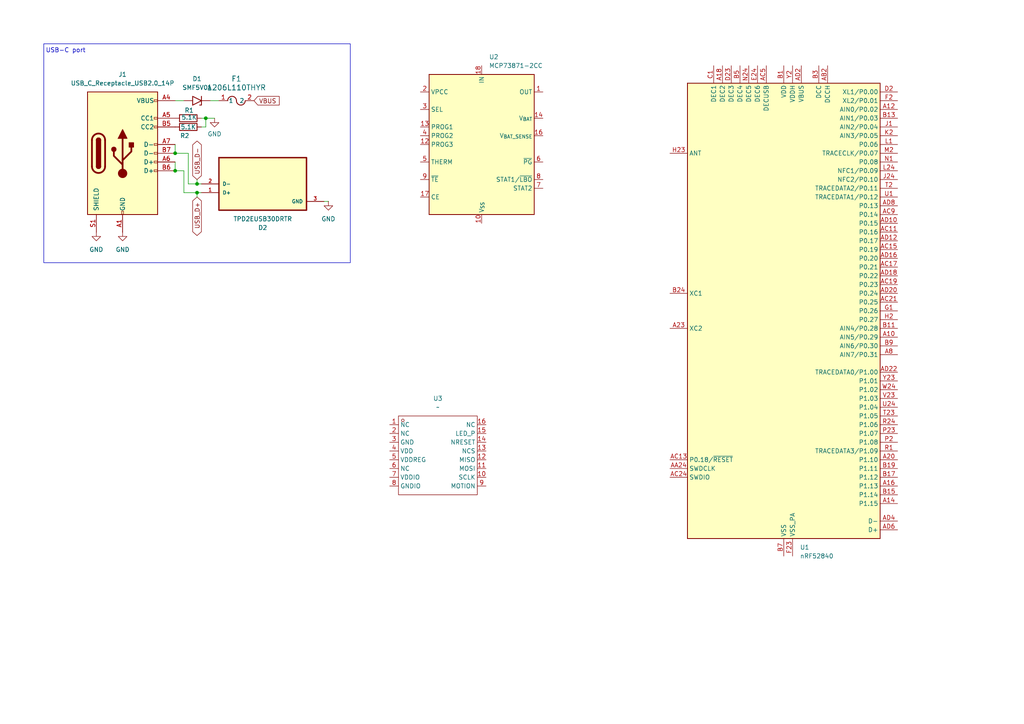
<source format=kicad_sch>
(kicad_sch (version 20250114) (generator "eeschema") (generator_version "9.0")
  (paper "A4")
  (title_block (title "WEM (Wireless Extensible Mouse)") (date "2026-01-18"))
  (lib_symbols
    (symbol "2026-01-18_16-05-31:1206L110THYR" (pin_names (offset 0.254))
      (property "Reference" "F" (at 5.08 3.175 0))
      (property "Value" "1206L110THYR" (at 5.08 -3.175 0))
      (symbol "1206L110THYR_1_1"
        (arc (start 2.54 0) (mid 3.81 1.2645) (end 5.08 0) (stroke (width 0.254)))
        (arc (start 7.62 0) (mid 6.35 -1.2645) (end 5.08 0) (stroke (width 0.254)))
        (pin unspecified line (at 0 0 0) (length 2.54) (name "1") (number "1"))
        (pin unspecified line (at 10.16 0 180) (length 2.54) (name "2") (number "2"))
      )
      (symbol "1206L110THYR_1_2"
        (arc (start 0 7.62) (mid 1.2645 6.35) (end 0 5.08) (stroke (width 0.254)))
        (arc (start 0 2.54) (mid -1.2645 3.81) (end 0 5.08) (stroke (width 0.254)))
        (pin unspecified line (at 0 10.16 270) (length 2.54) (name "2") (number "2"))
        (pin unspecified line (at 0 0 90) (length 2.54) (name "1") (number "1"))
      )
    )
    (symbol "Battery_Management:MCP73871-2CC"
      (property "Reference" "U" (at -7.62 24.13 0))
      (property "Value" "MCP73871-2CC" (at -15.24 21.59 0))
      (symbol "MCP73871-2CC_0_1"
        (rectangle (start -15.24 20.32) (end 15.24 -20.32) (stroke (width 0.254)) (fill (type background)))
      )
      (symbol "MCP73871-2CC_1_1"
        (pin input line (at -17.78 15.24 0) (length 2.54) (name "VPCC") (number "2"))
        (pin input line (at -17.78 10.16 0) (length 2.54) (name "SEL") (number "3"))
        (pin bidirectional line (at -17.78 5.08 0) (length 2.54) (name "PROG1") (number "13"))
        (pin input line (at -17.78 2.54 0) (length 2.54) (name "PROG2") (number "4"))
        (pin bidirectional line (at -17.78 0 0) (length 2.54) (name "PROG3") (number "12"))
        (pin bidirectional line (at -17.78 -5.08 0) (length 2.54) (name "THERM") (number "5"))
        (pin input line (at -17.78 -10.16 0) (length 2.54) (name "~{TE}") (number "9"))
        (pin input line (at -17.78 -15.24 0) (length 2.54) (name "CE") (number "17"))
        (pin power_in line (at 0 22.86 270) (length 2.54) (name "IN") (number "18"))
        (pin passive line (at 0 22.86 270) (length 2.54) (hide yes) (name "IN") (number "19"))
        (pin power_in line (at 0 -22.86 90) (length 2.54) (name "V_{SS}") (number "10"))
        (pin passive line (at 0 -22.86 90) (length 2.54) (hide yes) (name "V_{SS}") (number "11"))
        (pin passive line (at 0 -22.86 90) (length 2.54) (hide yes) (name "V_{SS}") (number "21"))
        (pin power_out line (at 17.78 15.24 180) (length 2.54) (name "OUT") (number "1"))
        (pin passive line (at 17.78 15.24 180) (length 2.54) (hide yes) (name "OUT") (number "20"))
        (pin power_out line (at 17.78 7.62 180) (length 2.54) (name "V_{BAT}") (number "14"))
        (pin passive line (at 17.78 7.62 180) (length 2.54) (hide yes) (name "V_{BAT}") (number "15"))
        (pin input line (at 17.78 2.54 180) (length 2.54) (name "V_{BAT_SENSE}") (number "16"))
        (pin open_collector line (at 17.78 -5.08 180) (length 2.54) (name "~{PG}") (number "6"))
        (pin open_collector line (at 17.78 -10.16 180) (length 2.54) (name "STAT1/~{LBO}") (number "8"))
        (pin open_collector line (at 17.78 -12.7 180) (length 2.54) (name "STAT2") (number "7"))
      )
    )
    (symbol "Connector:USB_C_Receptacle_USB2.0_14P" (pin_names (offset 1.016))
      (property "Reference" "J" (at 0 22.225 0))
      (property "Value" "USB_C_Receptacle_USB2.0_14P" (at 0 19.685 0))
      (symbol "USB_C_Receptacle_USB2.0_14P_0_0"
        (rectangle (start -0.254 -17.78) (end 0.254 -16.764))
        (rectangle (start 10.16 15.494) (end 9.144 14.986))
        (rectangle (start 10.16 10.414) (end 9.144 9.906))
        (rectangle (start 10.16 7.874) (end 9.144 7.366))
        (rectangle (start 10.16 2.794) (end 9.144 2.286))
        (rectangle (start 10.16 0.254) (end 9.144 -0.254))
        (rectangle (start 10.16 -2.286) (end 9.144 -2.794))
        (rectangle (start 10.16 -4.826) (end 9.144 -5.334))
      )
      (symbol "USB_C_Receptacle_USB2.0_14P_0_1"
        (rectangle (start -10.16 17.78) (end 10.16 -17.78) (stroke (width 0.254)) (fill (type background)))
        (polyline (pts (xy -8.89 -3.81) (xy -8.89 3.81)) (stroke (width 0.508)))
        (rectangle (start -7.62 -3.81) (end -6.35 3.81) (stroke (width 0.254)) (fill (type outline)))
        (arc (start -7.62 3.81) (mid -6.985 4.4423) (end -6.35 3.81) (stroke (width 0.254)))
        (arc (start -7.62 3.81) (mid -6.985 4.4423) (end -6.35 3.81) (stroke (width 0.254)) (fill (type outline)))
        (arc (start -8.89 3.81) (mid -6.985 5.7067) (end -5.08 3.81) (stroke (width 0.508)))
        (arc (start -5.08 -3.81) (mid -6.985 -5.7067) (end -8.89 -3.81) (stroke (width 0.508)))
        (arc (start -6.35 -3.81) (mid -6.985 -4.4423) (end -7.62 -3.81) (stroke (width 0.254)))
        (arc (start -6.35 -3.81) (mid -6.985 -4.4423) (end -7.62 -3.81) (stroke (width 0.254)) (fill (type outline)))
        (polyline (pts (xy -5.08 3.81) (xy -5.08 -3.81)) (stroke (width 0.508)))
        (circle (center -2.54 1.143) (radius 0.635) (stroke (width 0.254)) (fill (type outline)))
        (polyline (pts (xy -1.27 4.318) (xy 0 6.858) (xy 1.27 4.318) (xy -1.27 4.318)) (stroke (width 0.254)) (fill (type outline)))
        (polyline (pts (xy 0 -2.032) (xy 2.54 0.508) (xy 2.54 1.778)) (stroke (width 0.508)))
        (polyline (pts (xy 0 -3.302) (xy -2.54 -0.762) (xy -2.54 0.508)) (stroke (width 0.508)))
        (polyline (pts (xy 0 -5.842) (xy 0 4.318)) (stroke (width 0.508)))
        (circle (center 0 -5.842) (radius 1.27) (fill (type outline)))
        (rectangle (start 1.905 1.778) (end 3.175 3.048) (stroke (width 0.254)) (fill (type outline)))
      )
      (symbol "USB_C_Receptacle_USB2.0_14P_1_1"
        (pin passive line (at -7.62 -22.86 90) (length 5.08) (name "SHIELD") (number "S1"))
        (pin passive line (at 0 -22.86 90) (length 5.08) (name "GND") (number "A1"))
        (pin passive line (at 0 -22.86 90) (length 5.08) (hide yes) (name "GND") (number "A12"))
        (pin passive line (at 0 -22.86 90) (length 5.08) (hide yes) (name "GND") (number "B1"))
        (pin passive line (at 0 -22.86 90) (length 5.08) (hide yes) (name "GND") (number "B12"))
        (pin passive line (at 15.24 15.24 180) (length 5.08) (name "VBUS") (number "A4"))
        (pin passive line (at 15.24 15.24 180) (length 5.08) (hide yes) (name "VBUS") (number "A9"))
        (pin passive line (at 15.24 15.24 180) (length 5.08) (hide yes) (name "VBUS") (number "B4"))
        (pin passive line (at 15.24 15.24 180) (length 5.08) (hide yes) (name "VBUS") (number "B9"))
        (pin bidirectional line (at 15.24 10.16 180) (length 5.08) (name "CC1") (number "A5"))
        (pin bidirectional line (at 15.24 7.62 180) (length 5.08) (name "CC2") (number "B5"))
        (pin bidirectional line (at 15.24 2.54 180) (length 5.08) (name "D-") (number "A7"))
        (pin bidirectional line (at 15.24 0 180) (length 5.08) (name "D-") (number "B7"))
        (pin bidirectional line (at 15.24 -2.54 180) (length 5.08) (name "D+") (number "A6"))
        (pin bidirectional line (at 15.24 -5.08 180) (length 5.08) (name "D+") (number "B6"))
      )
    )
    (symbol "Device:R" (pin_numbers (hide yes)) (pin_names (offset 0))
      (property "Reference" "R" (at 2.032 0 90))
      (property "Value" "R" (at 0 0 90))
      (symbol "R_0_1"
        (rectangle (start -1.016 -2.54) (end 1.016 2.54) (stroke (width 0.254)))
      )
      (symbol "R_1_1"
        (pin passive line (at 0 3.81 270) (length 1.27) (name "~") (number "1"))
        (pin passive line (at 0 -3.81 90) (length 1.27) (name "~") (number "2"))
      )
    )
    (symbol "Diode:SMF5V0A" (pin_numbers (hide yes)) (pin_names (offset 1.016) (hide yes))
      (property "Reference" "D" (at 0 2.54 0))
      (property "Value" "SMF5V0A" (at 0 -2.54 0))
      (symbol "SMF5V0A_0_1"
        (polyline (pts (xy -0.762 1.27) (xy -1.27 1.27) (xy -1.27 -1.27)) (stroke (width 0.254)))
        (polyline (pts (xy 1.27 1.27) (xy 1.27 -1.27) (xy -1.27 0) (xy 1.27 1.27)) (stroke (width 0.254)))
      )
      (symbol "SMF5V0A_1_1"
        (pin passive line (at -3.81 0 0) (length 2.54) (name "A1") (number "1"))
        (pin passive line (at 3.81 0 180) (length 2.54) (name "A2") (number "2"))
      )
    )
    (symbol "MCU_Nordic:nRF52840"
      (property "Reference" "U" (at 0 5.08 0))
      (property "Value" "nRF52840" (at 0 2.54 0))
      (symbol "nRF52840_0_1"
        (rectangle (start -27.94 66.04) (end 27.94 -66.04) (stroke (width 0.254)) (fill (type background)))
      )
      (symbol "nRF52840_1_1"
        (pin passive line (at -33.02 45.72 0) (length 5.08) (name "ANT") (number "H23"))
        (pin input line (at -33.02 5.08 0) (length 5.08) (name "XC1") (number "B24"))
        (pin input line (at -33.02 -5.08 0) (length 5.08) (name "XC2") (number "A23"))
        (pin bidirectional line (at -33.02 -43.18 0) (length 5.08) (name "P0.18/~{RESET}") (number "AC13"))
        (pin input line (at -33.02 -45.72 0) (length 5.08) (name "SWDCLK") (number "AA24"))
        (pin bidirectional line (at -33.02 -48.26 0) (length 5.08) (name "SWDIO") (number "AC24"))
        (pin passive line (at -20.32 71.12 270) (length 5.08) (name "DEC1") (number "C1"))
        (pin passive line (at -17.78 71.12 270) (length 5.08) (name "DEC2") (number "A18"))
        (pin passive line (at -15.24 71.12 270) (length 5.08) (name "DEC3") (number "D23"))
        (pin passive line (at -12.7 71.12 270) (length 5.08) (name "DEC4") (number "B5"))
        (pin passive line (at -10.16 71.12 270) (length 5.08) (name "DEC5") (number "N24"))
        (pin passive line (at -7.62 71.12 270) (length 5.08) (name "DEC6") (number "E24"))
        (pin passive line (at -5.08 71.12 270) (length 5.08) (name "DECUSB") (number "AC5"))
        (pin passive line (at 0 71.12 270) (length 5.08) (hide yes) (name "VDD") (number "A22"))
        (pin passive line (at 0 71.12 270) (length 5.08) (hide yes) (name "VDD") (number "AD14"))
        (pin passive line (at 0 71.12 270) (length 5.08) (hide yes) (name "VDD") (number "AD23"))
        (pin power_in line (at 0 71.12 270) (length 5.08) (name "VDD") (number "B1"))
        (pin passive line (at 0 71.12 270) (length 5.08) (hide yes) (name "VDD") (number "W1"))
        (pin power_in line (at 0 -71.12 90) (length 5.08) (name "VSS") (number "B7"))
        (pin passive line (at 0 -71.12 90) (length 5.08) (hide yes) (name "VSS") (number "EP"))
        (pin power_in line (at 2.54 71.12 270) (length 5.08) (name "VDDH") (number "Y2"))
        (pin power_in line (at 2.54 -71.12 90) (length 5.08) (name "VSS_PA") (number "F23"))
        (pin power_in line (at 5.08 71.12 270) (length 5.08) (name "VBUS") (number "AD2"))
        (pin power_out line (at 10.16 71.12 270) (length 5.08) (name "DCC") (number "B3"))
        (pin power_out line (at 12.7 71.12 270) (length 5.08) (name "DCCH") (number "AB2"))
        (pin bidirectional line (at 33.02 63.5 180) (length 5.08) (name "XL1/P0.00") (number "D2"))
        (pin bidirectional line (at 33.02 60.96 180) (length 5.08) (name "XL2/P0.01") (number "F2"))
        (pin bidirectional line (at 33.02 58.42 180) (length 5.08) (name "AIN0/P0.02") (number "A12"))
        (pin bidirectional line (at 33.02 55.88 180) (length 5.08) (name "AIN1/P0.03") (number "B13"))
        (pin bidirectional line (at 33.02 53.34 180) (length 5.08) (name "AIN2/P0.04") (number "J1"))
        (pin bidirectional line (at 33.02 50.8 180) (length 5.08) (name "AIN3/P0.05") (number "K2"))
        (pin bidirectional line (at 33.02 48.26 180) (length 5.08) (name "P0.06") (number "L1"))
        (pin bidirectional line (at 33.02 45.72 180) (length 5.08) (name "TRACECLK/P0.07") (number "M2"))
        (pin bidirectional line (at 33.02 43.18 180) (length 5.08) (name "P0.08") (number "N1"))
        (pin bidirectional line (at 33.02 40.64 180) (length 5.08) (name "NFC1/P0.09") (number "L24"))
        (pin bidirectional line (at 33.02 38.1 180) (length 5.08) (name "NFC2/P0.10") (number "J24"))
        (pin bidirectional line (at 33.02 35.56 180) (length 5.08) (name "TRACEDATA2/P0.11") (number "T2"))
        (pin bidirectional line (at 33.02 33.02 180) (length 5.08) (name "TRACEDATA1/P0.12") (number "U1"))
        (pin bidirectional line (at 33.02 30.48 180) (length 5.08) (name "P0.13") (number "AD8"))
        (pin bidirectional line (at 33.02 27.94 180) (length 5.08) (name "P0.14") (number "AC9"))
        (pin bidirectional line (at 33.02 25.4 180) (length 5.08) (name "P0.15") (number "AD10"))
        (pin bidirectional line (at 33.02 22.86 180) (length 5.08) (name "P0.16") (number "AC11"))
        (pin bidirectional line (at 33.02 20.32 180) (length 5.08) (name "P0.17") (number "AD12"))
        (pin bidirectional line (at 33.02 17.78 180) (length 5.08) (name "P0.19") (number "AC15"))
        (pin bidirectional line (at 33.02 15.24 180) (length 5.08) (name "P0.20") (number "AD16"))
        (pin bidirectional line (at 33.02 12.7 180) (length 5.08) (name "P0.21") (number "AC17"))
        (pin bidirectional line (at 33.02 10.16 180) (length 5.08) (name "P0.22") (number "AD18"))
        (pin bidirectional line (at 33.02 7.62 180) (length 5.08) (name "P0.23") (number "AC19"))
        (pin bidirectional line (at 33.02 5.08 180) (length 5.08) (name "P0.24") (number "AD20"))
        (pin bidirectional line (at 33.02 2.54 180) (length 5.08) (name "P0.25") (number "AC21"))
        (pin bidirectional line (at 33.02 0 180) (length 5.08) (name "P0.26") (number "G1"))
        (pin bidirectional line (at 33.02 -2.54 180) (length 5.08) (name "P0.27") (number "H2"))
        (pin bidirectional line (at 33.02 -5.08 180) (length 5.08) (name "AIN4/P0.28") (number "B11"))
        (pin bidirectional line (at 33.02 -7.62 180) (length 5.08) (name "AIN5/P0.29") (number "A10"))
        (pin bidirectional line (at 33.02 -10.16 180) (length 5.08) (name "AIN6/P0.30") (number "B9"))
        (pin bidirectional line (at 33.02 -12.7 180) (length 5.08) (name "AIN7/P0.31") (number "A8"))
        (pin bidirectional line (at 33.02 -17.78 180) (length 5.08) (name "TRACEDATA0/P1.00") (number "AD22"))
        (pin bidirectional line (at 33.02 -20.32 180) (length 5.08) (name "P1.01") (number "Y23"))
        (pin bidirectional line (at 33.02 -22.86 180) (length 5.08) (name "P1.02") (number "W24"))
        (pin bidirectional line (at 33.02 -25.4 180) (length 5.08) (name "P1.03") (number "V23"))
        (pin bidirectional line (at 33.02 -27.94 180) (length 5.08) (name "P1.04") (number "U24"))
        (pin bidirectional line (at 33.02 -30.48 180) (length 5.08) (name "P1.05") (number "T23"))
        (pin bidirectional line (at 33.02 -33.02 180) (length 5.08) (name "P1.06") (number "R24"))
        (pin bidirectional line (at 33.02 -35.56 180) (length 5.08) (name "P1.07") (number "P23"))
        (pin bidirectional line (at 33.02 -38.1 180) (length 5.08) (name "P1.08") (number "P2"))
        (pin bidirectional line (at 33.02 -40.64 180) (length 5.08) (name "TRACEDATA3/P1.09") (number "R1"))
        (pin bidirectional line (at 33.02 -43.18 180) (length 5.08) (name "P1.10") (number "A20"))
        (pin bidirectional line (at 33.02 -45.72 180) (length 5.08) (name "P1.11") (number "B19"))
        (pin bidirectional line (at 33.02 -48.26 180) (length 5.08) (name "P1.12") (number "B17"))
        (pin bidirectional line (at 33.02 -50.8 180) (length 5.08) (name "P1.13") (number "A16"))
        (pin bidirectional line (at 33.02 -53.34 180) (length 5.08) (name "P1.14") (number "B15"))
        (pin bidirectional line (at 33.02 -55.88 180) (length 5.08) (name "P1.15") (number "A14"))
        (pin bidirectional line (at 33.02 -60.96 180) (length 5.08) (name "D-") (number "AD4"))
        (pin bidirectional line (at 33.02 -63.5 180) (length 5.08) (name "D+") (number "AD6"))
      )
    )
    (symbol "PAW3395DM-T6QU:PAW3395DM-T6QU_C9900026834"
      (property "Reference" "U" (at 0 0 0))
      (symbol "PAW3395DM-T6QU_C9900026834_1_0"
        (rectangle (start -12.7 -10.16) (end 10.16 12.7))
        (circle (center -11.43 11.43) (radius 0.381))
        (pin unspecified line (at -15.24 10.16 0) (length 2.54) (name "NC") (number "1"))
        (pin unspecified line (at -15.24 7.62 0) (length 2.54) (name "NC") (number "2"))
        (pin unspecified line (at -15.24 5.08 0) (length 2.54) (name "GND") (number "3"))
        (pin unspecified line (at -15.24 2.54 0) (length 2.54) (name "VDD") (number "4"))
        (pin unspecified line (at -15.24 0 0) (length 2.54) (name "VDDREG") (number "5"))
        (pin unspecified line (at -15.24 -2.54 0) (length 2.54) (name "NC") (number "6"))
        (pin unspecified line (at -15.24 -5.08 0) (length 2.54) (name "VDDIO") (number "7"))
        (pin unspecified line (at -15.24 -7.62 0) (length 2.54) (name "GNDIO") (number "8"))
        (pin unspecified line (at 12.7 10.16 180) (length 2.54) (name "NC") (number "16"))
        (pin unspecified line (at 12.7 7.62 180) (length 2.54) (name "LED_P") (number "15"))
        (pin unspecified line (at 12.7 5.08 180) (length 2.54) (name "NRESET") (number "14"))
        (pin unspecified line (at 12.7 2.54 180) (length 2.54) (name "NCS") (number "13"))
        (pin unspecified line (at 12.7 0 180) (length 2.54) (name "MISO") (number "12"))
        (pin unspecified line (at 12.7 -2.54 180) (length 2.54) (name "MOSI") (number "11"))
        (pin unspecified line (at 12.7 -5.08 180) (length 2.54) (name "SCLK") (number "10"))
        (pin unspecified line (at 12.7 -7.62 180) (length 2.54) (name "MOTION") (number "9"))
      )
    )
    (symbol "TPD2EUSB30DRTR:TPD2EUSB30DRTR" (pin_names (offset 1.016))
      (property "Reference" "D" (at -12.7 8.62 0))
      (property "Value" "TPD2EUSB30DRTR" (at -12.7 -11.62 0))
      (symbol "TPD2EUSB30DRTR_0_0"
        (rectangle (start -12.7 -7.62) (end 12.7 7.62) (stroke (width 0.41)) (fill (type background)))
        (pin bidirectional line (at -17.78 2.54 0) (length 5.08) (name "D+") (number "1"))
        (pin bidirectional line (at -17.78 0 0) (length 5.08) (name "D-") (number "2"))
        (pin power_in line (at 17.78 5.08 180) (length 5.08) (name "GND") (number "3"))
      )
    )
    (symbol "power:GND" (power) (pin_numbers (hide yes)) (pin_names (offset 0) (hide yes))
      (property "Value" "GND" (at 0 -3.81 0))
      (symbol "GND_0_1"
        (polyline (pts (xy 0 0) (xy 0 -1.27) (xy 1.27 -1.27) (xy 0 -2.54) (xy -1.27 -1.27) (xy 0 -1.27)))
      )
      (symbol "GND_1_1"
        (pin power_in line (at 0 0 270) (length 0) (name "~") (number "1"))
      )
    )
  )
  (rectangle (start 12.7 12.7) (end 101.6 76.2))
  (text "USB-C port" (at 19.05 14.732 0) (effects (font (size 1.27 1.27))))
  (junction (at 59.69 34.29))
  (junction (at 50.8 44.45))
  (junction (at 50.8 49.53))
  (junction (at 57.15 55.88))
  (junction (at 57.15 53.34))
  (wire (pts (xy 59.69 36.83) (xy 59.69 34.29)))
  (wire (pts (xy 57.15 52.07) (xy 57.15 53.34)))
  (wire (pts (xy 60.96 29.21) (xy 63.5 29.21)))
  (wire (pts (xy 53.34 49.53) (xy 53.34 55.88)))
  (wire (pts (xy 93.98 58.42) (xy 95.25 58.42)))
  (wire (pts (xy 50.8 46.99) (xy 50.8 49.53)))
  (wire (pts (xy 50.8 41.91) (xy 50.8 44.45)))
  (wire (pts (xy 53.34 29.21) (xy 50.8 29.21)))
  (wire (pts (xy 50.8 49.53) (xy 53.34 49.53)))
  (wire (pts (xy 58.42 34.29) (xy 59.69 34.29)))
  (wire (pts (xy 53.34 55.88) (xy 57.15 55.88)))
  (wire (pts (xy 54.61 53.34) (xy 57.15 53.34)))
  (wire (pts (xy 57.15 55.88) (xy 58.42 55.88)))
  (wire (pts (xy 59.69 34.29) (xy 62.23 34.29)))
  (wire (pts (xy 59.69 36.83) (xy 58.42 36.83)))
  (wire (pts (xy 54.61 44.45) (xy 54.61 53.34)))
  (wire (pts (xy 50.8 44.45) (xy 54.61 44.45)))
  (wire (pts (xy 57.15 55.88) (xy 57.15 57.15)))
  (wire (pts (xy 57.15 53.34) (xy 58.42 53.34)))
  (global_label "USB_D-" (shape bidirectional) (at 57.15 52.07 90) (property "Intersheetrefs" "${INTERSHEET_REFS}" (effects (hide yes))))
  (global_label "VBUS" (shape input) (at 73.66 29.21 0) (property "Intersheetrefs" "${INTERSHEET_REFS}" (effects (hide yes))))
  (global_label "USB_D+" (shape bidirectional) (at 57.15 57.15 270) (property "Intersheetrefs" "${INTERSHEET_REFS}" (effects (hide yes))))
  (symbol (lib_id "Device:R") (at 54.61 34.29 90) (unit 1)
    (property "Reference" "R1" (at 54.864 32.004 90))
    (property "Value" "5.1K" (at 54.864 34.036 90))
    (property "Footprint" "Resistor_SMD:R_0805_2012Metric_Pad1.20x1.40mm_HandSolder" (effects (hide yes)))
    (property "Description" "Resistor" (effects (hide yes)))
  )
  (symbol (lib_id "power:GND") (at 27.94 67.31 0) (unit 1)
    (property "Reference" "#PWR03" (effects (hide yes)))
    (property "Value" "GND" (at 27.94 72.39 0))
    (property "Description" "Power symbol creates a global label with name \"GND\" , ground" (effects (hide yes)))
  )
  (symbol (lib_id "PAW3395DM-T6QU:PAW3395DM-T6QU_C9900026834") (at 128.27 133.35 0) (unit 1)
    (property "Reference" "U3" (at 127 115.57 0))
    (property "Value" "~" (at 127 118.11 0))
    (property "Footprint" "PAW3395DM-T6QU:DIP-16_PAW3395DM-T6QU" (effects (hide yes)))
    (property "Manufacturer Part" "PAW3395DM-T6QU" (effects (hide yes)))
    (property "Supplier Part" "C9900026834" (effects (hide yes)))
    (property "Supplier" "LCSC" (effects (hide yes)))
    (property "LCSC Part Name" "PAW3395DM-T6QU" (effects (hide yes)))
  )
  (symbol (lib_id "Diode:SMF5V0A") (at 57.15 29.21 180) (unit 1)
    (property "Reference" "D1" (at 57.15 22.86 0))
    (property "Value" "SMF5V0A" (at 57.15 25.4 0))
    (property "Footprint" "Diode_SMD:D_SMF" (effects (hide yes)))
    (property "Datasheet" "https://www.vishay.com/doc?85881" (effects (hide yes)))
    (property "Description" "200W unidirectional Transil Transient Voltage Suppressor, 5Vrwm, SMF" (effects (hide yes)))
  )
  (symbol (lib_id "Battery_Management:MCP73871-2CC") (at 139.7 41.91 0) (unit 1)
    (property "Reference" "U2" (at 141.8433 16.51 0) (effects (justify left)))
    (property "Value" "MCP73871-2CC" (at 141.8433 19.05 0) (effects (justify left)))
    (property "Footprint" "Package_DFN_QFN:QFN-20-1EP_4x4mm_P0.5mm_EP2.5x2.5mm" (effects (hide yes)))
    (property "Datasheet" "http://www.mouser.com/ds/2/268/22090a-52174.pdf" (effects (hide yes)))
    (property "Description" "Single cell, Li-Ion/Li-Po charge management controller, 4.20V, 6h safety timer, 3.1V LBO threshold" (effects (hide yes)))
  )
  (symbol (lib_id "power:GND") (at 62.23 34.29 0) (unit 1)
    (property "Reference" "#PWR04" (effects (hide yes)))
    (property "Value" "GND" (at 62.23 38.862 0))
    (property "Description" "Power symbol creates a global label with name \"GND\" , ground" (effects (hide yes)))
  )
  (symbol (lib_id "Device:R") (at 54.61 36.83 90) (unit 1)
    (property "Reference" "R2" (at 53.594 39.37 90))
    (property "Value" "5.1K" (at 54.61 36.83 90))
    (property "Footprint" "Resistor_SMD:R_0805_2012Metric_Pad1.20x1.40mm_HandSolder" (effects (hide yes)))
    (property "Description" "Resistor" (effects (hide yes)))
  )
  (symbol (lib_id "2026-01-18_16-05-31:1206L110THYR") (at 63.5 29.21 0) (unit 1)
    (property "Reference" "F1" (at 68.58 22.86 0) (effects (font (size 1.524 1.524))))
    (property "Value" "1206L110THYR" (at 68.58 25.4 0) (effects (font (size 1.524 1.524))))
    (property "Footprint" "Fuse:Fuse_1206_3216Metric_Pad1.42x1.75mm_HandSolder" (effects (hide yes)))
    (property "Datasheet" "1206L110THYR" (effects (hide yes)))
  )
  (symbol (lib_id "power:GND") (at 35.56 67.31 0) (unit 1)
    (property "Reference" "#PWR02" (effects (hide yes)))
    (property "Value" "GND" (at 35.56 72.39 0))
    (property "Description" "Power symbol creates a global label with name \"GND\" , ground" (effects (hide yes)))
  )
  (symbol (lib_id "power:GND") (at 95.25 58.42 0) (unit 1)
    (property "Reference" "#PWR01" (effects (hide yes)))
    (property "Value" "GND" (at 95.25 63.5 0))
    (property "Description" "Power symbol creates a global label with name \"GND\" , ground" (effects (hide yes)))
  )
  (symbol (lib_id "TPD2EUSB30DRTR:TPD2EUSB30DRTR") (at 76.2 53.34 0) (mirror x) (unit 1)
    (property "Reference" "D2" (at 76.2 66.04 0))
    (property "Value" "TPD2EUSB30DRTR" (at 76.2 63.5 0))
    (property "Footprint" "TPD2EUSB30DRTR:SOTFL35P100X50-3N" (effects (hide yes)))
  )
  (symbol (lib_id "Connector:USB_C_Receptacle_USB2.0_14P") (at 35.56 44.45 0) (unit 1)
    (property "Reference" "J1" (at 35.56 21.59 0))
    (property "Value" "USB_C_Receptacle_USB2.0_14P" (at 35.56 24.13 0))
    (property "Datasheet" "https://www.usb.org/sites/default/files/documents/usb_type-c.zip" (effects (hide yes)))
    (property "Description" "USB 2.0-only 14P Type-C Receptacle connector" (effects (hide yes)))
  )
  (symbol (lib_id "MCU_Nordic:nRF52840") (at 227.33 90.17 0) (unit 1)
    (property "Reference" "U1" (at 232.0133 158.75 0) (effects (justify left)))
    (property "Value" "nRF52840" (at 232.0133 161.29 0) (effects (justify left)))
    (property "Footprint" "Package_DFN_QFN:Nordic_AQFN-73-1EP_7x7mm_P0.5mm" (effects (hide yes)))
    (property "Datasheet" "http://infocenter.nordicsemi.com/topic/com.nordic.infocenter.nrf52/dita/nrf52/chips/nrf52840.html" (effects (hide yes)))
    (property "Description" "Multiprotocol BLE/ANT/2.4 GHz/802.15.4 Cortex-M4F SoC, AQFN-73" (effects (hide yes)))
  )
)
</source>
